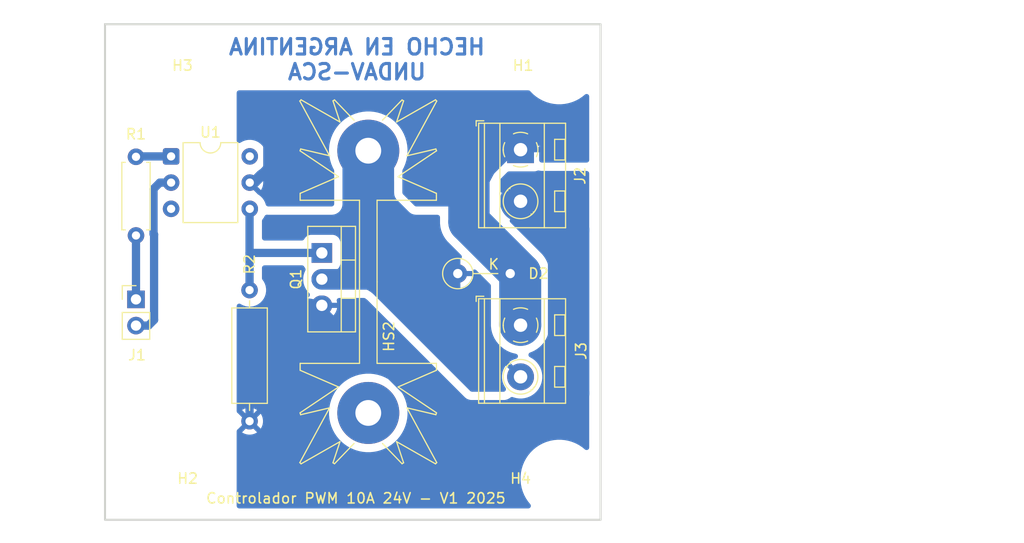
<source format=kicad_pcb>
(kicad_pcb (version 20241229) (generator "pcbnew") (generator_version "9.0")
  (title_block (title "Controlador PWM 10 A 24 V") (date "2023-12-07") (company "Guillermo Federico Caporaletti") (comment 1 "Licencia: CERN OHL versión 1.1"))
  (layers (0 "F.Cu" signal) (2 "B.Cu" signal) (13 "F.Paste" user) (15 "B.Paste" user) (5 "F.SilkS" user "F.Silkscreen") (7 "B.SilkS" user "B.Silkscreen") (1 "F.Mask" user) (3 "B.Mask" user) (25 "Edge.Cuts" user))
  (net 0 "")
  (net 1 "/VCC")
  (net 2 "GNDPWR")
  (net 3 "/E1")
  (net 4 "Net-(R1-Pad2)")
  (net 5 "/Salida")
  (net 8 "Net-(J1-Pin_2)")
  (net 9 "Net-(Q1-G)")
  (footprint "Resistor_THT:R_Axial_DIN0309_L9.0mm_D3.2mm_P12.70mm_Horizontal" (layer "F.Cu") (at 144 108.45 90)
    (property "Reference" "R2" (at 15.2 0 90) (layer "F.SilkS"))
    (property "Value" "690")
    (fp_line (start 10.97 -1.72) (end 1.73 -1.72) (stroke (width 0.12)) (layer "F.SilkS"))
    (fp_line (start 1.73 -1.72) (end 1.73 1.72) (stroke (width 0.12)) (layer "F.SilkS"))
    (fp_line (start 11.66 0) (end 10.97 0) (stroke (width 0.12)) (layer "F.SilkS"))
    (fp_line (start 1.04 0) (end 1.73 0) (stroke (width 0.12)) (layer "F.SilkS"))
    (fp_line (start 10.97 1.72) (end 10.97 -1.72) (stroke (width 0.12)) (layer "F.SilkS"))
    (fp_line (start 1.73 1.72) (end 10.97 1.72) (stroke (width 0.12)) (layer "F.SilkS"))
    (pad "1" thru_hole circle (at 0 0 90) (size 1.6 1.6) (drill 0.8) (layers "*.Cu" "*.Mask") (net 2 "GNDPWR"))
    (pad "2" thru_hole oval (at 12.7 0 90) (size 1.6 1.6) (drill 0.8) (layers "*.Cu" "*.Mask") (net 9 "Net-(Q1-G)"))
  )
  (footprint "MountingHole:MountingHole_3.5mm" (layer "F.Cu") (at 134 114)
    (property "Reference" "H2" (at 4 0 0) (layer "F.SilkS"))
    (property "Value" "MountingHole")
    (pad "" np_thru_hole circle (at 0 0) (size 3.5 3.5) (drill 3.5) (layers "*.Cu" "*.Mask") (clearance 2))
  )
  (footprint "Package_TO_SOT_THT:TO-220-3_Vertical" (layer "F.Cu") (at 151 92.15 -90)
    (property "Reference" "Q1" (at 2.54 2.5 90) (layer "F.SilkS"))
    (property "Value" "IRLZ44N")
    (fp_line (start -2.57 1.36) (end -2.57 -3.26) (stroke (width 0.12)) (layer "F.SilkS"))
    (fp_line (start 7.65 1.36) (end -2.57 1.36) (stroke (width 0.12)) (layer "F.SilkS"))
    (fp_line (start -2.57 -1.88) (end 7.65 -1.88) (stroke (width 0.12)) (layer "F.SilkS"))
    (fp_line (start -2.57 -3.26) (end 7.65 -3.26) (stroke (width 0.12)) (layer "F.SilkS"))
    (fp_line (start 0.69 -3.26) (end 0.69 -1.88) (stroke (width 0.12)) (layer "F.SilkS"))
    (fp_line (start 4.39 -3.26) (end 4.39 -1.88) (stroke (width 0.12)) (layer "F.SilkS"))
    (fp_line (start 7.65 -3.26) (end 7.65 1.36) (stroke (width 0.12)) (layer "F.SilkS"))
    (pad "1" thru_hole rect (at 0 0 270) (size 1.905 2) (drill 1.1) (layers "*.Cu" "*.Mask") (net 9 "Net-(Q1-G)"))
    (pad "2" thru_hole oval (at 2.54 0 270) (size 1.905 2) (drill 1.1) (layers "*.Cu" "*.Mask") (net 5 "/Salida"))
    (pad "3" thru_hole oval (at 5.08 0 270) (size 1.905 2) (drill 1.1) (layers "*.Cu" "*.Mask") (net 2 "GNDPWR"))
  )
  (footprint "TerminalBlock_MetzConnect:TerminalBlock_MetzConnect_Type094_RT03502HBLU_1x02_P5.00mm_Horizontal" (layer "F.Cu") (at 170.25 99.15 -90)
    (property "Reference" "J3" (at 2.5 -5.866038 270) (layer "F.SilkS"))
    (property "Value" "Conn_01x02")
    (fp_line (start -2.8 4.3) (end -2.3 4.3) (stroke (width 0.12)) (layer "F.SilkS"))
    (fp_line (start -2.56 4.06) (end 7.56 4.06) (stroke (width 0.12)) (layer "F.SilkS"))
    (fp_line (start -2.8 3.56) (end -2.8 4.3) (stroke (width 0.12)) (layer "F.SilkS"))
    (fp_line (start -2.56 3.5) (end 7.56 3.5) (stroke (width 0.12)) (layer "F.SilkS"))
    (fp_line (start -2.56 2) (end 7.56 2) (stroke (width 0.12)) (layer "F.SilkS"))
    (fp_line (start 3.966 1.239) (end 3.931 1.274) (stroke (width 0.12)) (layer "F.SilkS"))
    (fp_line (start 3.773 1.023) (end 3.726 1.069) (stroke (width 0.12)) (layer "F.SilkS"))
    (fp_line (start 6.275 -1.069) (end 6.228 -1.023) (stroke (width 0.12)) (layer "F.SilkS"))
    (fp_line (start 6.07 -1.275) (end 6.035 -1.239) (stroke (width 0.12)) (layer "F.SilkS"))
    (fp_line (start -2.56 -2.301) (end 7.56 -2.301) (stroke (width 0.12)) (layer "F.SilkS"))
    (fp_line (start -1 -3.3) (end 1 -3.3) (stroke (width 0.12)) (layer "F.SilkS"))
    (fp_line (start 4 -3.3) (end 6 -3.3) (stroke (width 0.12)) (layer "F.SilkS"))
    (fp_line (start -1 -4.3) (end -1 -3.3) (stroke (width 0.12)) (layer "F.SilkS"))
    (fp_line (start -1 -4.3) (end 1 -4.3) (stroke (width 0.12)) (layer "F.SilkS"))
    (fp_line (start 1 -4.3) (end 1 -3.3) (stroke (width 0.12)) (layer "F.SilkS"))
    (fp_line (start 4 -4.3) (end 4 -3.3) (stroke (width 0.12)) (layer "F.SilkS"))
    (fp_line (start 4 -4.3) (end 6 -4.3) (stroke (width 0.12)) (layer "F.SilkS"))
    (fp_line (start 6 -4.3) (end 6 -3.3) (stroke (width 0.12)) (layer "F.SilkS"))
    (fp_line (start -2.56 -4.36) (end -2.56 4.06) (stroke (width 0.12)) (layer "F.SilkS"))
    (fp_line (start -2.56 -4.36) (end 7.56 -4.36) (stroke (width 0.12)) (layer "F.SilkS"))
    (fp_line (start 7.56 -4.36) (end 7.56 4.06) (stroke (width 0.12)) (layer "F.SilkS"))
    (fp_arc (start 0.028805 1.680253) (mid -0.335551 1.646659) (end -0.684 1.535) (stroke (width 0.12)) (layer "F.SilkS"))
    (fp_arc (start 0.683318 1.534756) (mid 0.349292 1.643288) (end 0 1.68) (stroke (width 0.12)) (layer "F.SilkS"))
    (fp_arc (start -1.535427 0.683042) (mid -1.680501 -0.000524) (end -1.535 -0.684) (stroke (width 0.12)) (layer "F.SilkS"))
    (fp_arc (start 1.535427 -0.683042) (mid 1.680501 0.000524) (end 1.535 0.684) (stroke (width 0.12)) (layer "F.SilkS"))
    (fp_arc (start -0.683042 -1.535427) (mid 0.000524 -1.680501) (end 0.684 -1.535) (stroke (width 0.12)) (layer "F.SilkS"))
    (fp_circle (center 5 0) (end 6.68 0) (stroke (width 0.12)) (fill no) (layer "F.SilkS"))
    (pad "1" thru_hole rect (at 0 0 270) (size 2.6 2.6) (drill 1.3) (layers "*.Cu" "*.Mask") (net 1 "/VCC"))
    (pad "2" thru_hole circle (at 5 0 270) (size 2.6 2.6) (drill 1.3) (layers "*.Cu" "*.Mask") (net 5 "/Salida"))
  )
  (footprint "TerminalBlock_MetzConnect:TerminalBlock_MetzConnect_Type094_RT03502HBLU_1x02_P5.00mm_Horizontal" (layer "F.Cu") (at 170.25 82.15 -90)
    (property "Reference" "J2" (at 2.53 -5.766038 270) (layer "F.SilkS"))
    (property "Value" "Conn_01x02")
    (fp_line (start -2.8 4.3) (end -2.3 4.3) (stroke (width 0.12)) (layer "F.SilkS"))
    (fp_line (start -2.56 4.06) (end 7.56 4.06) (stroke (width 0.12)) (layer "F.SilkS"))
    (fp_line (start -2.8 3.56) (end -2.8 4.3) (stroke (width 0.12)) (layer "F.SilkS"))
    (fp_line (start -2.56 3.5) (end 7.56 3.5) (stroke (width 0.12)) (layer "F.SilkS"))
    (fp_line (start -2.56 2) (end 7.56 2) (stroke (width 0.12)) (layer "F.SilkS"))
    (fp_line (start 3.966 1.239) (end 3.931 1.274) (stroke (width 0.12)) (layer "F.SilkS"))
    (fp_line (start 3.773 1.023) (end 3.726 1.069) (stroke (width 0.12)) (layer "F.SilkS"))
    (fp_line (start 6.275 -1.069) (end 6.228 -1.023) (stroke (width 0.12)) (layer "F.SilkS"))
    (fp_line (start 6.07 -1.275) (end 6.035 -1.239) (stroke (width 0.12)) (layer "F.SilkS"))
    (fp_line (start -2.56 -2.301) (end 7.56 -2.301) (stroke (width 0.12)) (layer "F.SilkS"))
    (fp_line (start -1 -3.3) (end 1 -3.3) (stroke (width 0.12)) (layer "F.SilkS"))
    (fp_line (start 4 -3.3) (end 6 -3.3) (stroke (width 0.12)) (layer "F.SilkS"))
    (fp_line (start -1 -4.3) (end -1 -3.3) (stroke (width 0.12)) (layer "F.SilkS"))
    (fp_line (start -1 -4.3) (end 1 -4.3) (stroke (width 0.12)) (layer "F.SilkS"))
    (fp_line (start 1 -4.3) (end 1 -3.3) (stroke (width 0.12)) (layer "F.SilkS"))
    (fp_line (start 4 -4.3) (end 4 -3.3) (stroke (width 0.12)) (layer "F.SilkS"))
    (fp_line (start 4 -4.3) (end 6 -4.3) (stroke (width 0.12)) (layer "F.SilkS"))
    (fp_line (start 6 -4.3) (end 6 -3.3) (stroke (width 0.12)) (layer "F.SilkS"))
    (fp_line (start -2.56 -4.36) (end -2.56 4.06) (stroke (width 0.12)) (layer "F.SilkS"))
    (fp_line (start -2.56 -4.36) (end 7.56 -4.36) (stroke (width 0.12)) (layer "F.SilkS"))
    (fp_line (start 7.56 -4.36) (end 7.56 4.06) (stroke (width 0.12)) (layer "F.SilkS"))
    (fp_arc (start 0.028805 1.680253) (mid -0.335551 1.646659) (end -0.684 1.535) (stroke (width 0.12)) (layer "F.SilkS"))
    (fp_arc (start 0.683318 1.534756) (mid 0.349292 1.643288) (end 0 1.68) (stroke (width 0.12)) (layer "F.SilkS"))
    (fp_arc (start -1.535427 0.683042) (mid -1.680501 -0.000524) (end -1.535 -0.684) (stroke (width 0.12)) (layer "F.SilkS"))
    (fp_arc (start 1.535427 -0.683042) (mid 1.680501 0.000524) (end 1.535 0.684) (stroke (width 0.12)) (layer "F.SilkS"))
    (fp_arc (start -0.683042 -1.535427) (mid 0.000524 -1.680501) (end 0.684 -1.535) (stroke (width 0.12)) (layer "F.SilkS"))
    (fp_circle (center 5 0) (end 6.68 0) (stroke (width 0.12)) (fill no) (layer "F.SilkS"))
    (pad "1" thru_hole rect (at 0 0 270) (size 2.6 2.6) (drill 1.3) (layers "*.Cu" "*.Mask") (net 1 "/VCC"))
    (pad "2" thru_hole circle (at 5 0 270) (size 2.6 2.6) (drill 1.3) (layers "*.Cu" "*.Mask") (net 2 "GNDPWR"))
  )
  (footprint "MountingHole:MountingHole_3.5mm" (layer "F.Cu") (at 174 114)
    (property "Reference" "H4" (at -3.75 0 0) (layer "F.SilkS"))
    (property "Value" "MountingHole")
    (pad "" np_thru_hole circle (at 0 0) (size 3.5 3.5) (drill 3.5) (layers "*.Cu" "*.Mask") (clearance 2))
  )
  (footprint "Heatsink:Heatsink_Fischer_SK104-STC-STIC_35x13mm_2xDrill2.5mm" (layer "F.Cu") (at 155.5 94.95 90)
    (property "Reference" "HS2" (at -5.3 2 90) (layer "F.SilkS"))
    (property "Value" "Heatsink_Pad")
    (fp_line (start 17.51 -6.63) (end 17.63 -6.51) (stroke (width 0.12)) (layer "F.SilkS"))
    (fp_line (start -17.51 -6.63) (end -17.63 -6.51) (stroke (width 0.12)) (layer "F.SilkS"))
    (fp_line (start 12.69 -6.61) (end 12.87 -6.55) (stroke (width 0.12)) (layer "F.SilkS"))
    (fp_line (start -12.69 -6.61) (end -12.87 -6.55) (stroke (width 0.12)) (layer "F.SilkS"))
    (fp_line (start 8.57 -6.6) (end 10.18 -2.89) (stroke (width 0.12)) (layer "F.SilkS"))
    (fp_line (start 7.9 -6.6) (end 8.57 -6.6) (stroke (width 0.12)) (layer "F.SilkS"))
    (fp_line (start -7.9 -6.6) (end -8.57 -6.6) (stroke (width 0.12)) (layer "F.SilkS"))
    (fp_line (start -8.57 -6.6) (end -10.18 -2.89) (stroke (width 0.12)) (layer "F.SilkS"))
    (fp_line (start 12.87 -6.55) (end 12.21 -3.75) (stroke (width 0.12)) (layer "F.SilkS"))
    (fp_line (start -12.87 -6.55) (end -12.21 -3.75) (stroke (width 0.12)) (layer "F.SilkS"))
    (fp_line (start 17.63 -6.51) (end 15.48 -2.74) (stroke (width 0.12)) (layer "F.SilkS"))
    (fp_line (start -17.63 -6.51) (end -15.48 -2.74) (stroke (width 0.12)) (layer "F.SilkS"))
    (fp_line (start 12.21 -3.75) (end 17.51 -6.63) (stroke (width 0.12)) (layer "F.SilkS"))
    (fp_line (start -12.21 -3.75) (end -17.51 -6.63) (stroke (width 0.12)) (layer "F.SilkS"))
    (fp_line (start 17.53 -3.42) (end 17.62 -3.27) (stroke (width 0.12)) (layer "F.SilkS"))
    (fp_line (start -17.53 -3.42) (end -17.62 -3.27) (stroke (width 0.12)) (layer "F.SilkS"))
    (fp_line (start 17.62 -3.27) (end 15.66 -1.38) (stroke (width 0.12)) (layer "F.SilkS"))
    (fp_line (start -17.62 -3.27) (end -15.66 -1.38) (stroke (width 0.12)) (layer "F.SilkS"))
    (fp_line (start 10.19 -2.89) (end 12.69 -6.61) (stroke (width 0.12)) (layer "F.SilkS"))
    (fp_line (start -10.19 -2.89) (end -12.69 -6.61) (stroke (width 0.12)) (layer "F.SilkS"))
    (fp_line (start 15.48 -2.74) (end 17.53 -3.42) (stroke (width 0.12)) (layer "F.SilkS"))
    (fp_line (start -15.48 -2.74) (end -17.53 -3.42) (stroke (width 0.12)) (layer "F.SilkS"))
    (fp_line (start 7.9 -0.85) (end 7.9 -6.6) (stroke (width 0.12)) (layer "F.SilkS"))
    (fp_line (start 0 -0.85) (end 7.9 -0.85) (stroke (width 0.12)) (layer "F.SilkS"))
    (fp_line (start 0 -0.85) (end -7.9 -0.85) (stroke (width 0.12)) (layer "F.SilkS"))
    (fp_line (start -7.9 -0.85) (end -7.9 -6.6) (stroke (width 0.12)) (layer "F.SilkS"))
    (fp_line (start 7.9 0.85) (end 7.9 6.6) (stroke (width 0.12)) (layer "F.SilkS"))
    (fp_line (start 0 0.85) (end 7.9 0.85) (stroke (width 0.12)) (layer "F.SilkS"))
    (fp_line (start 0 0.85) (end -7.9 0.85) (stroke (width 0.12)) (layer "F.SilkS"))
    (fp_line (start -7.9 0.85) (end -7.9 6.6) (stroke (width 0.12)) (layer "F.SilkS"))
    (fp_line (start 15.48 2.74) (end 17.53 3.42) (stroke (width 0.12)) (layer "F.SilkS"))
    (fp_line (start -15.48 2.74) (end -17.53 3.42) (stroke (width 0.12)) (layer "F.SilkS"))
    (fp_line (start 10.19 2.89) (end 12.69 6.61) (stroke (width 0.12)) (layer "F.SilkS"))
    (fp_line (start -10.19 2.89) (end -12.69 6.61) (stroke (width 0.12)) (layer "F.SilkS"))
    (fp_line (start 17.62 3.27) (end 15.66 1.38) (stroke (width 0.12)) (layer "F.SilkS"))
    (fp_line (start -17.62 3.27) (end -15.66 1.38) (stroke (width 0.12)) (layer "F.SilkS"))
    (fp_line (start 17.53 3.42) (end 17.62 3.27) (stroke (width 0.12)) (layer "F.SilkS"))
    (fp_line (start -17.53 3.42) (end -17.62 3.27) (stroke (width 0.12)) (layer "F.SilkS"))
    (fp_line (start 12.21 3.75) (end 17.51 6.63) (stroke (width 0.12)) (layer "F.SilkS"))
    (fp_line (start -12.21 3.75) (end -17.51 6.63) (stroke (width 0.12)) (layer "F.SilkS"))
    (fp_line (start 17.63 6.51) (end 15.48 2.74) (stroke (width 0.12)) (layer "F.SilkS"))
    (fp_line (start -17.63 6.51) (end -15.48 2.74) (stroke (width 0.12)) (layer "F.SilkS"))
    (fp_line (start 12.87 6.55) (end 12.21 3.75) (stroke (width 0.12)) (layer "F.SilkS"))
    (fp_line (start -12.87 6.55) (end -12.21 3.75) (stroke (width 0.12)) (layer "F.SilkS"))
    (fp_line (start 8.57 6.6) (end 10.18 2.89) (stroke (width 0.12)) (layer "F.SilkS"))
    (fp_line (start 7.9 6.6) (end 8.57 6.6) (stroke (width 0.12)) (layer "F.SilkS"))
    (fp_line (start -7.9 6.6) (end -8.57 6.6) (stroke (width 0.12)) (layer "F.SilkS"))
    (fp_line (start -8.57 6.6) (end -10.18 2.89) (stroke (width 0.12)) (layer "F.SilkS"))
    (fp_line (start 12.69 6.61) (end 12.87 6.55) (stroke (width 0.12)) (layer "F.SilkS"))
    (fp_line (start -12.69 6.61) (end -12.87 6.55) (stroke (width 0.12)) (layer "F.SilkS"))
    (fp_line (start 17.51 6.63) (end 17.63 6.51) (stroke (width 0.12)) (layer "F.SilkS"))
    (fp_line (start -17.51 6.63) (end -17.63 6.51) (stroke (width 0.12)) (layer "F.SilkS"))
    (pad "1" thru_hole circle (at -12.7 0 270) (size 6 6) (drill 2.5) (layers "*.Cu" "*.Mask") (net 5 "/Salida"))
    (pad "1" thru_hole circle (at 12.7 0 90) (size 6 6) (drill 2.5) (layers "*.Cu" "*.Mask") (net 5 "/Salida"))
  )
  (footprint "Resistor_THT:R_Axial_DIN0207_L6.3mm_D2.5mm_P7.62mm_Horizontal" (layer "F.Cu") (at 133 90.46 90)
    (property "Reference" "R1" (at 9.81 0 180) (layer "F.SilkS"))
    (property "Value" "150" (hide yes))
    (fp_line (start 7.08 -1.37) (end 7.08 -1.04) (stroke (width 0.12)) (layer "F.SilkS"))
    (fp_line (start 0.54 -1.37) (end 7.08 -1.37) (stroke (width 0.12)) (layer "F.SilkS"))
    (fp_line (start 0.54 -1.04) (end 0.54 -1.37) (stroke (width 0.12)) (layer "F.SilkS"))
    (fp_line (start 0.54 1.04) (end 0.54 1.37) (stroke (width 0.12)) (layer "F.SilkS"))
    (fp_line (start 7.08 1.37) (end 7.08 1.04) (stroke (width 0.12)) (layer "F.SilkS"))
    (fp_line (start 0.54 1.37) (end 7.08 1.37) (stroke (width 0.12)) (layer "F.SilkS"))
    (pad "1" thru_hole circle (at 0 0 90) (size 1.6 1.6) (drill 0.8) (layers "*.Cu" "*.Mask") (net 3 "/E1"))
    (pad "2" thru_hole oval (at 7.62 0 90) (size 1.6 1.6) (drill 0.8) (layers "*.Cu" "*.Mask") (net 4 "Net-(R1-Pad2)"))
  )
  (footprint "Package_DIP:DIP-6_W7.62mm" (layer "F.Cu") (at 136.4 82.8)
    (property "Reference" "U1" (at 3.81 -2.33 0) (layer "F.SilkS"))
    (property "Value" "4N25")
    (fp_line (start 1.16 -1.33) (end 1.16 6.41) (stroke (width 0.12)) (layer "F.SilkS"))
    (fp_line (start 1.16 6.41) (end 6.46 6.41) (stroke (width 0.12)) (layer "F.SilkS"))
    (fp_line (start 2.81 -1.33) (end 1.16 -1.33) (stroke (width 0.12)) (layer "F.SilkS"))
    (fp_line (start 6.46 -1.33) (end 4.81 -1.33) (stroke (width 0.12)) (layer "F.SilkS"))
    (fp_line (start 6.46 6.41) (end 6.46 -1.33) (stroke (width 0.12)) (layer "F.SilkS"))
    (fp_arc (start 4.81 -1.33) (mid 3.81 -0.33) (end 2.81 -1.33) (stroke (width 0.12)) (layer "F.SilkS"))
    (pad "1" thru_hole roundrect (at 0 0) (size 1.6 1.6) (drill 0.8) (layers "*.Cu" "*.Mask") (roundrect_rratio 0.15625) (net 4 "Net-(R1-Pad2)"))
    (pad "2" thru_hole circle (at 0 2.54) (size 1.6 1.6) (drill 0.8) (layers "*.Cu" "*.Mask") (net 8 "Net-(J1-Pin_2)"))
    (pad "3" thru_hole circle (at 0 5.08) (size 1.6 1.6) (drill 0.8) (layers "*.Cu" "*.Mask"))
    (pad "4" thru_hole circle (at 7.62 5.08) (size 1.6 1.6) (drill 0.8) (layers "*.Cu" "*.Mask") (net 9 "Net-(Q1-G)"))
    (pad "5" thru_hole circle (at 7.62 2.54) (size 1.6 1.6) (drill 0.8) (layers "*.Cu" "*.Mask") (net 1 "/VCC"))
    (pad "6" thru_hole circle (at 7.62 0) (size 1.6 1.6) (drill 0.8) (layers "*.Cu" "*.Mask"))
  )
  (footprint "MountingHole:MountingHole_3.5mm" (layer "F.Cu") (at 134 74)
    (property "Reference" "H3" (at 3.5 0 0) (layer "F.SilkS"))
    (property "Value" "MountingHole")
    (pad "" np_thru_hole circle (at 0 0) (size 3.5 3.5) (drill 3.5) (layers "*.Cu" "*.Mask") (clearance 2))
  )
  (footprint "Diode_THT:D_A-405_P5.08mm_Vertical_KathodeUp" (layer "F.Cu") (at 169.25 94.15 180)
    (property "Reference" "D2" (at -2.735 0 0) (layer "F.SilkS"))
    (property "Value" "1N4002")
    (fp_line (start 3.61 0) (end 1.2 0) (stroke (width 0.12)) (layer "F.SilkS"))
    (fp_circle (center 5.08 0) (end 6.55 0) (stroke (width 0.12)) (fill no) (layer "F.SilkS"))
    (fp_text user "K" (at 1.6 0.9 0) (layer "F.SilkS"))
    (pad "1" thru_hole rect (at 0 0 180) (size 1.8 1.8) (drill 0.9) (layers "*.Cu" "*.Mask") (net 1 "/VCC"))
    (pad "2" thru_hole oval (at 5.08 0 180) (size 1.8 1.8) (drill 0.9) (layers "*.Cu" "*.Mask") (net 5 "/Salida"))
  )
  (footprint "MountingHole:MountingHole_3.5mm" (layer "F.Cu") (at 174 74)
    (property "Reference" "H1" (at -3.5 0 0) (layer "F.SilkS"))
    (property "Value" "MountingHole")
    (pad "" np_thru_hole circle (at 0 0) (size 3.5 3.5) (drill 3.5) (layers "*.Cu" "*.Mask") (clearance 2))
  )
  (footprint "Connector_PinHeader_2.54mm:PinHeader_1x02_P2.54mm_Vertical" (layer "F.Cu") (at 133 96.65)
    (property "Reference" "J1" (at 0.1 5.4 0) (layer "F.SilkS"))
    (property "Value" "Conn_01x02")
    (fp_line (start -1.33 -1.33) (end 0 -1.33) (stroke (width 0.12)) (layer "F.SilkS"))
    (fp_line (start -1.33 0) (end -1.33 -1.33) (stroke (width 0.12)) (layer "F.SilkS"))
    (fp_line (start -1.33 1.27) (end -1.33 3.87) (stroke (width 0.12)) (layer "F.SilkS"))
    (fp_line (start -1.33 1.27) (end 1.33 1.27) (stroke (width 0.12)) (layer "F.SilkS"))
    (fp_line (start -1.33 3.87) (end 1.33 3.87) (stroke (width 0.12)) (layer "F.SilkS"))
    (fp_line (start 1.33 1.27) (end 1.33 3.87) (stroke (width 0.12)) (layer "F.SilkS"))
    (pad "1" thru_hole rect (at 0 0) (size 1.7 1.7) (drill 1) (layers "*.Cu" "*.Mask") (net 3 "/E1"))
    (pad "2" thru_hole oval (at 0 2.54) (size 1.7 1.7) (drill 1) (layers "*.Cu" "*.Mask") (net 8 "Net-(J1-Pin_2)"))
  )
  (gr_rect (start 130 70) (end 178 118) (stroke (width 0.2)) (fill no) (layer "Edge.Cuts"))
  (gr_text "HECHO EN ARGENTINA\nUNDAV-SCA" (at 154.4 75.5 0) (layer "B.Cu") (effects (font (size 1.5 1.5) (thickness 0.3) (bold yes)) (justify bottom mirror)))
  (gr_text "Controlador PWM 10A 24V - V1 2025" (at 139.7 116.5 0) (layer "F.SilkS") (effects (font (size 1 1)) (justify left bottom)))
  (segment (start 145.721 78.554) (end 147.375 76.9) (width 0.8) (layer "B.Cu") (net 1))
  (segment (start 166.563962 76.9) (end 170.333962 80.67) (width 0.8) (layer "B.Cu") (net 1))
  (segment (start 170.181038 99.081038) (end 170.181038 94.13) (width 4) (layer "B.Cu") (net 1))
  (segment (start 144.597789 85.34) (end 145.721 84.216789) (width 0.8) (layer "B.Cu") (net 1))
  (segment (start 168.469586 80.859) (end 165.25 84.078586) (width 4) (layer "B.Cu") (net 1))
  (segment (start 165.25 89.15) (end 170.25 94.15) (width 4) (layer "B.Cu") (net 1))
  (segment (start 145.721 84.216789) (end 145.721 78.554) (width 0.8) (layer "B.Cu") (net 1))
  (segment (start 147.375 76.9) (end 166.563962 76.9) (width 0.8) (layer "B.Cu") (net 1))
  (segment (start 168.143962 80.36) (end 165.833962 82.67) (width 4) (layer "B.Cu") (net 1))
  (segment (start 170.181038 94.13) (end 170.233962 94.182924) (width 4) (layer "B.Cu") (net 1))
  (segment (start 144.02 85.34) (end 144.597789 85.34) (width 0.8) (layer "B.Cu") (net 1))
  (segment (start 168.891 80.859) (end 168.469586 80.859) (width 4) (layer "B.Cu") (net 1))
  (segment (start 170.25 94.15) (end 170.25 99.15) (width 4) (layer "B.Cu") (net 1))
  (segment (start 169.08 80.67) (end 168.891 80.859) (width 4) (layer "B.Cu") (net 1))
  (segment (start 170.333962 80.36) (end 168.143962 80.36) (width 4) (layer "B.Cu") (net 1))
  (segment (start 165.25 84.078586) (end 165.25 89.15) (width 4) (layer "B.Cu") (net 1))
  (segment (start 170.25 99.15) (end 170.181038 99.081038) (width 4) (layer "B.Cu") (net 1))
  (segment (start 170.181038 94.4) (end 170.181038 94.13) (width 4) (layer "B.Cu") (net 1))
  (segment (start 170.333962 80.67) (end 169.08 80.67) (width 4) (layer "B.Cu") (net 1))
  (segment (start 144 104.23) (end 151 97.23) (width 0.8) (layer "B.Cu") (net 2))
  (segment (start 151.5 100.4) (end 156.286038 100.4) (width 4) (layer "B.Cu") (net 2))
  (segment (start 156.286038 100.4) (end 164.286038 108.4) (width 4) (layer "B.Cu") (net 2))
  (segment (start 164.286038 108.4) (end 172.25 108.4) (width 4) (layer "B.Cu") (net 2))
  (segment (start 144 108.45) (end 144 104.23) (width 0.8) (layer "B.Cu") (net 2))
  (segment (start 172.25 108.4) (end 174.899 105.751) (width 4) (layer "B.Cu") (net 2))
  (segment (start 172.123962 87.15) (end 170.25 87.15) (width 4) (layer "B.Cu") (net 2))
  (segment (start 174.899 105.751) (end 174.899 89.925038) (width 4) (layer "B.Cu") (net 2))
  (segment (start 149.665 98.565) (end 151.5 100.4) (width 4) (layer "B.Cu") (net 2))
  (segment (start 174.899 89.925038) (end 172.123962 87.15) (width 4) (layer "B.Cu") (net 2))
  (segment (start 133 96.65) (end 133 90.27) (width 0.8) (layer "B.Cu") (net 3))
  (segment (start 133.15 82.8) (end 133 82.65) (width 0.8) (layer "B.Cu") (net 4))
  (segment (start 136.4 82.8) (end 133.15 82.8) (width 0.8) (layer "B.Cu") (net 4))
  (segment (start 160.185 94.75) (end 160.185 95.021038) (width 4) (layer "B.Cu") (net 5))
  (segment (start 160.185 95.021038) (end 163.518962 98.355) (width 4) (layer "B.Cu") (net 5))
  (segment (start 160.185 92.25) (end 160.185 94.75) (width 4) (layer "B.Cu") (net 5))
  (segment (start 155.685 87.25) (end 155.5 87.25) (width 4) (layer "B.Cu") (net 5))
  (segment (start 160.185 94.75) (end 160.938962 94.75) (width 4) (layer "B.Cu") (net 5))
  (segment (start 155.5 87.25) (end 155.5 82.25) (width 5) (layer "B.Cu") (net 5))
  (segment (start 160.605 92.17) (end 162.565 94.13) (width 4) (layer "B.Cu") (net 5))
  (segment (start 160.145 94.71) (end 160.185 94.75) (width 2) (layer "B.Cu") (net 5))
  (segment (start 160.605 92.17) (end 155.685 87.25) (width 4) (layer "B.Cu") (net 5))
  (segment (start 151 94.71) (end 160.145 94.71) (width 2) (layer "B.Cu") (net 5))
  (segment (start 134.751 90.365422) (end 134.751 98.641081) (width 0.8) (layer "B.Cu") (net 8))
  (segment (start 135.31 85.34) (end 134.699 85.951) (width 0.8) (layer "B.Cu") (net 8))
  (segment (start 136.4 85.34) (end 135.31 85.34) (width 0.8) (layer "B.Cu") (net 8))
  (segment (start 134.751 98.641081) (end 134.202081 99.19) (width 0.8) (layer "B.Cu") (net 8))
  (segment (start 134.699 85.951) (end 134.699 90.313422) (width 0.8) (layer "B.Cu") (net 8))
  (segment (start 134.699 90.313422) (end 134.751 90.365422) (width 0.8) (layer "B.Cu") (net 8))
  (segment (start 134.202081 99.19) (end 133 99.19) (width 0.8) (layer "B.Cu") (net 8))
  (segment (start 144 87.9) (end 144.02 87.88) (width 0.8) (layer "B.Cu") (net 9))
  (segment (start 151 92.15) (end 144 92.15) (width 0.8) (layer "B.Cu") (net 9))
  (segment (start 144 95.75) (end 144 92.15) (width 0.8) (layer "B.Cu") (net 9))
  (segment (start 144 92.15) (end 144 87.9) (width 0.8) (layer "B.Cu") (net 9))
  (zone (net 5) (net_name "/Salida") (layer "B.Cu") (priority 1) (connect_pads (clearance 0.8)) (min_thickness 0.5) (fill yes (thermal_gap 0.5) (thermal_bridge_width 0.5))
    (polygon (pts (xy 144 92.4) (xy 144 87.65) (xy 150.25 87.65) (xy 150.25 79.4) (xy 161 79.4) (xy 168 89.9) (xy 170.25 99.65) (xy 170.25 107.15) (xy 164.25 107.4) (xy 154 96.65) (xy 149.5 96.65) (xy 149.426466 92.4)))
  )
  (zone (net 1) (net_name "/VCC") (layer "B.Cu") (priority 1) (connect_pads (clearance 0.8)) (min_thickness 0.5) (fill yes (thermal_gap 0.5) (thermal_bridge_width 0.5))
    (polygon (pts (xy 144 87.65) (xy 151.5 87.65) (xy 166 87.65) (xy 168.249999 83.4) (xy 178 83.4) (xy 178.25 76.4) (xy 142.75 76.4) (xy 142.75 82.49375) (xy 144 82.65)))
  )
  (zone (net 2) (net_name "GNDPWR") (layer "B.Cu") (connect_pads (clearance 0.8)) (min_thickness 0.5) (fill yes (thermal_gap 0.5) (thermal_bridge_width 0.5))
    (polygon (pts (xy 178 93.9) (xy 178 117.9) (xy 142.75 117.9) (xy 142.75 92.15) (xy 168.25 92.15) (xy 168.25 83.4) (xy 178 83.4)))
  )
)
</source>
